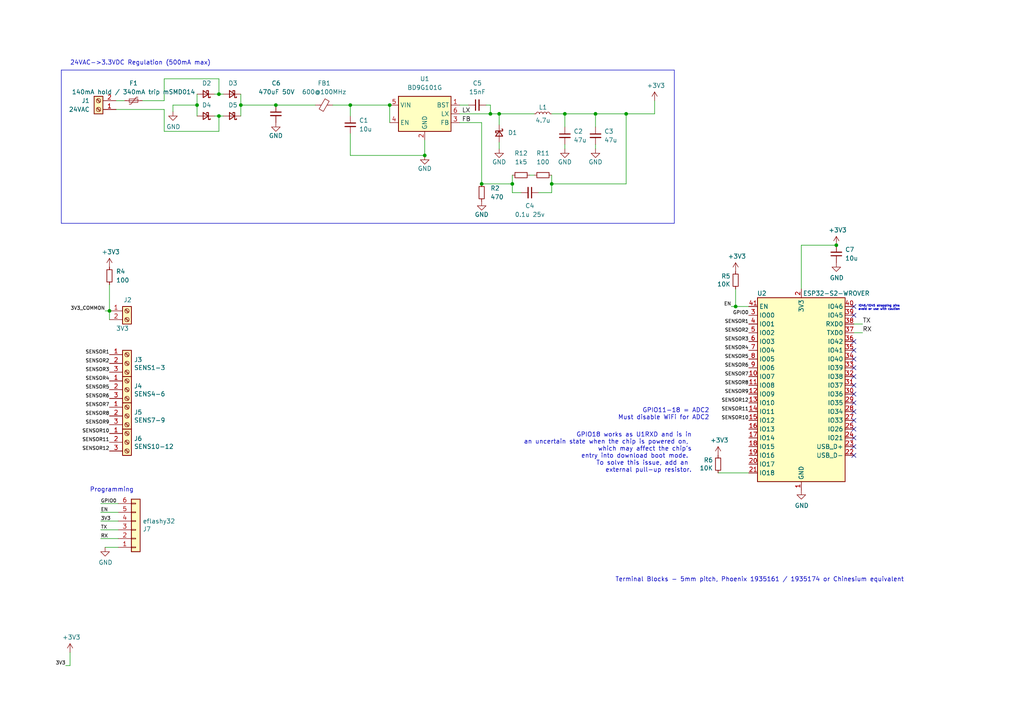
<source format=kicad_sch>
(kicad_sch (version 20230121) (generator eeschema)
  (paper "A4")
  (lib_symbols
    (symbol "Connector:Screw_Terminal_01x02" (pin_names (offset 1.016) hide)
      (property "Reference" "J" (at 0 2.54 0))
      (property "Value" "Screw_Terminal_01x02" (at 0 -5.08 0))
      (symbol "Screw_Terminal_01x02_1_1"
        (rectangle (start -1.27 1.27) (end 1.27 -3.81) (stroke (width 0.254)) (fill (type background)))
        (circle (center 0 -2.54) (radius 0.635) (stroke (width 0.1524)))
        (polyline (pts (xy -0.5334 -2.2098) (xy 0.3302 -3.048)) (stroke (width 0.1524)))
        (polyline (pts (xy -0.5334 0.3302) (xy 0.3302 -0.508)) (stroke (width 0.1524)))
        (polyline (pts (xy -0.3556 -2.032) (xy 0.508 -2.8702)) (stroke (width 0.1524)))
        (polyline (pts (xy -0.3556 0.508) (xy 0.508 -0.3302)) (stroke (width 0.1524)))
        (circle (center 0 0) (radius 0.635) (stroke (width 0.1524)))
        (pin passive line (at -5.08 0 0) (length 3.81) (name "Pin_1") (number "1"))
        (pin passive line (at -5.08 -2.54 0) (length 3.81) (name "Pin_2") (number "2"))
      )
    )
    (symbol "Connector:Screw_Terminal_01x03" (pin_names (offset 1.016) hide)
      (property "Reference" "J" (at 0 5.08 0))
      (property "Value" "Screw_Terminal_01x03" (at 0 -5.08 0))
      (symbol "Screw_Terminal_01x03_1_1"
        (rectangle (start -1.27 3.81) (end 1.27 -3.81) (stroke (width 0.254)) (fill (type background)))
        (circle (center 0 -2.54) (radius 0.635) (stroke (width 0.1524)))
        (polyline (pts (xy -0.5334 -2.2098) (xy 0.3302 -3.048)) (stroke (width 0.1524)))
        (polyline (pts (xy -0.5334 0.3302) (xy 0.3302 -0.508)) (stroke (width 0.1524)))
        (polyline (pts (xy -0.5334 2.8702) (xy 0.3302 2.032)) (stroke (width 0.1524)))
        (polyline (pts (xy -0.3556 -2.032) (xy 0.508 -2.8702)) (stroke (width 0.1524)))
        (polyline (pts (xy -0.3556 0.508) (xy 0.508 -0.3302)) (stroke (width 0.1524)))
        (polyline (pts (xy -0.3556 3.048) (xy 0.508 2.2098)) (stroke (width 0.1524)))
        (circle (center 0 0) (radius 0.635) (stroke (width 0.1524)))
        (circle (center 0 2.54) (radius 0.635) (stroke (width 0.1524)))
        (pin passive line (at -5.08 2.54 0) (length 3.81) (name "Pin_1") (number "1"))
        (pin passive line (at -5.08 0 0) (length 3.81) (name "Pin_2") (number "2"))
        (pin passive line (at -5.08 -2.54 0) (length 3.81) (name "Pin_3") (number "3"))
      )
    )
    (symbol "Connector_Generic:Conn_01x06" (pin_names (offset 1.016) hide)
      (property "Reference" "J" (at 0 7.62 0))
      (property "Value" "Conn_01x06" (at 0 -10.16 0))
      (symbol "Conn_01x06_1_1"
        (rectangle (start -1.27 -7.493) (end 0 -7.747) (stroke (width 0.1524)))
        (rectangle (start -1.27 -4.953) (end 0 -5.207) (stroke (width 0.1524)))
        (rectangle (start -1.27 -2.413) (end 0 -2.667) (stroke (width 0.1524)))
        (rectangle (start -1.27 0.127) (end 0 -0.127) (stroke (width 0.1524)))
        (rectangle (start -1.27 2.667) (end 0 2.413) (stroke (width 0.1524)))
        (rectangle (start -1.27 5.207) (end 0 4.953) (stroke (width 0.1524)))
        (rectangle (start -1.27 6.35) (end 1.27 -8.89) (stroke (width 0.254)) (fill (type background)))
        (pin passive line (at -5.08 5.08 0) (length 3.81) (name "Pin_1") (number "1"))
        (pin passive line (at -5.08 2.54 0) (length 3.81) (name "Pin_2") (number "2"))
        (pin passive line (at -5.08 0 0) (length 3.81) (name "Pin_3") (number "3"))
        (pin passive line (at -5.08 -2.54 0) (length 3.81) (name "Pin_4") (number "4"))
        (pin passive line (at -5.08 -5.08 0) (length 3.81) (name "Pin_5") (number "5"))
        (pin passive line (at -5.08 -7.62 0) (length 3.81) (name "Pin_6") (number "6"))
      )
    )
    (symbol "Device:C_Small" (pin_numbers hide) (pin_names (offset 0.254) hide)
      (property "Reference" "C" (at 0.254 1.778 0))
      (property "Value" "C_Small" (at 0.254 -2.032 0))
      (symbol "C_Small_0_1"
        (polyline (pts (xy -1.524 -0.508) (xy 1.524 -0.508)) (stroke (width 0.3302)))
        (polyline (pts (xy -1.524 0.508) (xy 1.524 0.508)) (stroke (width 0.3048)))
      )
      (symbol "C_Small_1_1"
        (pin passive line (at 0 2.54 270) (length 2.032) (name "~") (number "1"))
        (pin passive line (at 0 -2.54 90) (length 2.032) (name "~") (number "2"))
      )
    )
    (symbol "Device:D_Schottky_Small" (pin_numbers hide) (pin_names (offset 0.254) hide)
      (property "Reference" "D" (at -1.27 2.032 0))
      (property "Value" "D_Schottky_Small" (at -7.112 -2.032 0))
      (symbol "D_Schottky_Small_0_1"
        (polyline (pts (xy -0.762 0) (xy 0.762 0)))
        (polyline (pts (xy 0.762 -1.016) (xy -0.762 0) (xy 0.762 1.016) (xy 0.762 -1.016)) (stroke (width 0.254)))
        (polyline (pts (xy -1.27 0.762) (xy -1.27 1.016) (xy -0.762 1.016) (xy -0.762 -1.016) (xy -0.254 -1.016) (xy -0.254 -0.762)) (stroke (width 0.254)))
      )
      (symbol "D_Schottky_Small_1_1"
        (pin passive line (at -2.54 0 0) (length 1.778) (name "K") (number "1"))
        (pin passive line (at 2.54 0 180) (length 1.778) (name "A") (number "2"))
      )
    )
    (symbol "Device:FerriteBead_Small" (pin_numbers hide) (pin_names (offset 0))
      (property "Reference" "FB" (at 1.905 1.27 0))
      (property "Value" "FerriteBead_Small" (at 1.905 -1.27 0))
      (symbol "FerriteBead_Small_0_1"
        (polyline (pts (xy 0 -1.27) (xy 0 -0.7874)))
        (polyline (pts (xy 0 0.889) (xy 0 1.2954)))
        (polyline (pts (xy -1.8288 0.2794) (xy -1.1176 1.4986) (xy 1.8288 -0.2032) (xy 1.1176 -1.4224) (xy -1.8288 0.2794)))
      )
      (symbol "FerriteBead_Small_1_1"
        (pin passive line (at 0 2.54 270) (length 1.27) (name "~") (number "1"))
        (pin passive line (at 0 -2.54 90) (length 1.27) (name "~") (number "2"))
      )
    )
    (symbol "Device:L_Small" (pin_numbers hide) (pin_names (offset 0.254) hide)
      (property "Reference" "L" (at 0.762 1.016 0))
      (property "Value" "L_Small" (at 0.762 -1.016 0))
      (symbol "L_Small_0_1"
        (arc (start 0 -2.032) (mid 0.5058 -1.524) (end 0 -1.016))
        (arc (start 0 -1.016) (mid 0.5058 -0.508) (end 0 0))
        (arc (start 0 0) (mid 0.5058 0.508) (end 0 1.016))
        (arc (start 0 1.016) (mid 0.5058 1.524) (end 0 2.032))
      )
      (symbol "L_Small_1_1"
        (pin passive line (at 0 2.54 270) (length 0.508) (name "~") (number "1"))
        (pin passive line (at 0 -2.54 90) (length 0.508) (name "~") (number "2"))
      )
    )
    (symbol "Device:Polyfuse_Small" (pin_numbers hide) (pin_names (offset 0))
      (property "Reference" "F" (at -1.905 0 90))
      (property "Value" "Polyfuse_Small" (at 1.905 0 90))
      (symbol "Polyfuse_Small_0_1"
        (rectangle (start -0.508 1.27) (end 0.508 -1.27))
        (polyline (pts (xy 0 2.54) (xy 0 -2.54)))
        (polyline (pts (xy -1.016 1.27) (xy -1.016 0.762) (xy 1.016 -0.762) (xy 1.016 -1.27)))
      )
      (symbol "Polyfuse_Small_1_1"
        (pin passive line (at 0 2.54 270) (length 0.635) (name "~") (number "1"))
        (pin passive line (at 0 -2.54 90) (length 0.635) (name "~") (number "2"))
      )
    )
    (symbol "Device:R_Small" (pin_numbers hide) (pin_names (offset 0.254) hide)
      (property "Reference" "R" (at 0.762 0.508 0))
      (property "Value" "R_Small" (at 0.762 -1.016 0))
      (symbol "R_Small_0_1"
        (rectangle (start -0.762 1.778) (end 0.762 -1.778) (stroke (width 0.2032)))
      )
      (symbol "R_Small_1_1"
        (pin passive line (at 0 2.54 270) (length 0.762) (name "~") (number "1"))
        (pin passive line (at 0 -2.54 90) (length 0.762) (name "~") (number "2"))
      )
    )
    (symbol "RF_Module:ESP32-S2-WROVER"
      (property "Reference" "U" (at -12.7 29.21 0))
      (property "Value" "ESP32-S2-WROVER" (at 2.54 29.21 0))
      (symbol "ESP32-S2-WROVER_0_1"
        (rectangle (start -12.7 27.94) (end 12.7 -25.4) (stroke (width 0.254)) (fill (type background)))
      )
      (symbol "ESP32-S2-WROVER_1_1"
        (pin power_in line (at 0 -27.94 90) (length 2.54) (name "GND") (number "1"))
        (pin bidirectional line (at -15.24 5.08 0) (length 2.54) (name "IO07") (number "10"))
        (pin bidirectional line (at -15.24 2.54 0) (length 2.54) (name "IO08") (number "11"))
        (pin bidirectional line (at -15.24 0 0) (length 2.54) (name "IO09") (number "12"))
        (pin bidirectional line (at -15.24 -2.54 0) (length 2.54) (name "IO10") (number "13"))
        (pin bidirectional line (at -15.24 -5.08 0) (length 2.54) (name "IO11") (number "14"))
        (pin bidirectional line (at -15.24 -7.62 0) (length 2.54) (name "IO12") (number "15"))
        (pin bidirectional line (at -15.24 -10.16 0) (length 2.54) (name "IO13") (number "16"))
        (pin bidirectional line (at -15.24 -12.7 0) (length 2.54) (name "IO14") (number "17"))
        (pin bidirectional line (at -15.24 -15.24 0) (length 2.54) (name "IO15") (number "18"))
        (pin bidirectional line (at -15.24 -17.78 0) (length 2.54) (name "IO16") (number "19"))
        (pin power_in line (at 0 30.48 270) (length 2.54) (name "3V3") (number "2"))
        (pin bidirectional line (at -15.24 -20.32 0) (length 2.54) (name "IO17") (number "20"))
        (pin bidirectional line (at -15.24 -22.86 0) (length 2.54) (name "IO18") (number "21"))
        (pin bidirectional line (at 15.24 -17.78 180) (length 2.54) (name "USB_D-") (number "22"))
        (pin bidirectional line (at 15.24 -15.24 180) (length 2.54) (name "USB_D+") (number "23"))
        (pin bidirectional line (at 15.24 -12.7 180) (length 2.54) (name "IO21") (number "24"))
        (pin bidirectional line (at 15.24 -10.16 180) (length 2.54) (name "IO26") (number "25"))
        (pin passive line (at 0 -27.94 90) (length 2.54) hide (name "GND") (number "26"))
        (pin bidirectional line (at 15.24 -7.62 180) (length 2.54) (name "IO33") (number "27"))
        (pin bidirectional line (at 15.24 -5.08 180) (length 2.54) (name "IO34") (number "28"))
        (pin bidirectional line (at 15.24 -2.54 180) (length 2.54) (name "IO35") (number "29"))
        (pin bidirectional line (at -15.24 22.86 0) (length 2.54) (name "IO00") (number "3"))
        (pin bidirectional line (at 15.24 0 180) (length 2.54) (name "IO36") (number "30"))
        (pin bidirectional line (at 15.24 2.54 180) (length 2.54) (name "IO37") (number "31"))
        (pin bidirectional line (at 15.24 5.08 180) (length 2.54) (name "IO38") (number "32"))
        (pin bidirectional line (at 15.24 7.62 180) (length 2.54) (name "IO39") (number "33"))
        (pin bidirectional line (at 15.24 10.16 180) (length 2.54) (name "IO40") (number "34"))
        (pin bidirectional line (at 15.24 12.7 180) (length 2.54) (name "IO41") (number "35"))
        (pin bidirectional line (at 15.24 15.24 180) (length 2.54) (name "IO42") (number "36"))
        (pin bidirectional line (at 15.24 17.78 180) (length 2.54) (name "TXD0") (number "37"))
        (pin bidirectional line (at 15.24 20.32 180) (length 2.54) (name "RXD0") (number "38"))
        (pin bidirectional line (at 15.24 22.86 180) (length 2.54) (name "IO45") (number "39"))
        (pin bidirectional line (at -15.24 20.32 0) (length 2.54) (name "IO01") (number "4"))
        (pin input line (at 15.24 25.4 180) (length 2.54) (name "IO46") (number "40"))
        (pin input line (at -15.24 25.4 0) (length 2.54) (name "EN") (number "41"))
        (pin passive line (at 0 -27.94 90) (length 2.54) hide (name "GND") (number "42"))
        (pin passive line (at 0 -27.94 90) (length 2.54) hide (name "GND") (number "43"))
        (pin bidirectional line (at -15.24 17.78 0) (length 2.54) (name "IO02") (number "5"))
        (pin bidirectional line (at -15.24 15.24 0) (length 2.54) (name "IO03") (number "6"))
        (pin bidirectional line (at -15.24 12.7 0) (length 2.54) (name "IO04") (number "7"))
        (pin bidirectional line (at -15.24 10.16 0) (length 2.54) (name "IO05") (number "8"))
        (pin bidirectional line (at -15.24 7.62 0) (length 2.54) (name "IO06") (number "9"))
      )
    )
    (symbol "Regulator_Switching:AOZ1280CI"
      (property "Reference" "U" (at -6.35 -6.35 0))
      (property "Value" "AOZ1280CI" (at -2.54 6.35 0))
      (symbol "AOZ1280CI_0_1"
        (rectangle (start -7.62 5.08) (end 7.62 -5.08) (stroke (width 0.254)) (fill (type background)))
      )
      (symbol "AOZ1280CI_1_1"
        (pin input line (at 10.16 2.54 180) (length 2.54) (name "BST") (number "1"))
        (pin power_in line (at 0 -7.62 90) (length 2.54) (name "GND") (number "2"))
        (pin input line (at 10.16 -2.54 180) (length 2.54) (name "FB") (number "3"))
        (pin input line (at -10.16 -2.54 0) (length 2.54) (name "EN") (number "4"))
        (pin power_in line (at -10.16 2.54 0) (length 2.54) (name "VIN") (number "5"))
        (pin power_out line (at 10.16 0 180) (length 2.54) (name "LX") (number "6"))
      )
    )
    (symbol "power:+3V3" (power) (pin_names (offset 0))
      (property "Value" "+3V3" (at 0 3.556 0))
      (symbol "+3V3_0_1"
        (polyline (pts (xy -0.762 1.27) (xy 0 2.54)))
        (polyline (pts (xy 0 0) (xy 0 2.54)))
        (polyline (pts (xy 0 2.54) (xy 0.762 1.27)))
      )
      (symbol "+3V3_1_1"
        (pin power_in line (at 0 0 90) (length 0) hide (name "+3V3") (number "1"))
      )
    )
    (symbol "power:GND" (power) (pin_names (offset 0))
      (property "Value" "GND" (at 0 -3.81 0))
      (symbol "GND_0_1"
        (polyline (pts (xy 0 0) (xy 0 -1.27) (xy 1.27 -1.27) (xy 0 -2.54) (xy -1.27 -1.27) (xy 0 -1.27)))
      )
      (symbol "GND_1_1"
        (pin power_in line (at 0 0 270) (length 0) hide (name "GND") (number "1"))
      )
    )
  )
  (junction (at 63.5 27.305))
  (junction (at 69.85 30.48))
  (junction (at 123.19 45.085))
  (junction (at 31.75 90.17))
  (junction (at 80.01 30.48))
  (junction (at 57.15 30.48))
  (junction (at 113.03 30.48))
  (junction (at 63.5 33.655))
  (junction (at 142.24 33.02))
  (junction (at 163.83 33.02))
  (junction (at 213.36 88.9))
  (junction (at 160.02 53.34))
  (junction (at 172.72 33.02))
  (junction (at 148.59 53.34))
  (junction (at 101.6 30.48))
  (junction (at 144.78 33.02))
  (junction (at 139.7 53.34))
  (junction (at 181.61 33.02))
  (junction (at 242.57 71.12))
  (no_connect (at 247.65 124.46))
  (no_connect (at 247.65 91.44))
  (no_connect (at 247.65 114.3))
  (no_connect (at 247.65 88.9))
  (no_connect (at 247.65 116.84))
  (no_connect (at 247.65 119.38))
  (no_connect (at 247.65 101.6))
  (no_connect (at 247.65 129.54))
  (no_connect (at 247.65 121.92))
  (no_connect (at 247.65 104.14))
  (no_connect (at 247.65 109.22))
  (no_connect (at 247.65 127))
  (no_connect (at 247.65 106.68))
  (no_connect (at 247.65 132.08))
  (no_connect (at 247.65 99.06))
  (no_connect (at 247.65 111.76))
  (polyline (pts (xy 17.78 20.32) (xy 195.58 20.32)))
  (wire (pts (xy 41.275 29.21) (xy 47.625 29.21)))
  (wire (pts (xy 160.02 55.88) (xy 156.21 55.88)))
  (wire (pts (xy 213.36 83.82) (xy 213.36 88.9)))
  (wire (pts (xy 34.29 158.75) (xy 30.48 158.75)))
  (wire (pts (xy 34.29 153.67) (xy 29.21 153.67)))
  (wire (pts (xy 50.165 30.48) (xy 57.15 30.48)))
  (wire (pts (xy 101.6 45.085) (xy 123.19 45.085)))
  (wire (pts (xy 63.5 33.655) (xy 63.5 38.1)))
  (wire (pts (xy 213.36 88.9) (xy 212.09 88.9)))
  (wire (pts (xy 148.59 53.34) (xy 148.59 55.88)))
  (wire (pts (xy 181.61 33.02) (xy 189.865 33.02)))
  (polyline (pts (xy 195.58 20.32) (xy 195.58 64.77)))
  (wire (pts (xy 62.23 33.655) (xy 63.5 33.655)))
  (wire (pts (xy 250.19 93.98) (xy 247.65 93.98)))
  (wire (pts (xy 123.19 40.64) (xy 123.19 45.085)))
  (wire (pts (xy 69.85 27.305) (xy 69.85 30.48)))
  (wire (pts (xy 250.19 96.52) (xy 247.65 96.52)))
  (wire (pts (xy 63.5 33.655) (xy 64.77 33.655)))
  (wire (pts (xy 160.02 53.34) (xy 160.02 55.88)))
  (wire (pts (xy 139.7 53.34) (xy 148.59 53.34)))
  (wire (pts (xy 163.83 33.02) (xy 160.02 33.02)))
  (wire (pts (xy 31.75 90.17) (xy 30.48 90.17)))
  (wire (pts (xy 172.72 43.18) (xy 172.72 41.91)))
  (wire (pts (xy 242.57 71.12) (xy 232.41 71.12)))
  (wire (pts (xy 57.15 27.305) (xy 57.15 30.48)))
  (wire (pts (xy 133.35 30.48) (xy 135.89 30.48)))
  (wire (pts (xy 139.7 35.56) (xy 133.35 35.56)))
  (wire (pts (xy 34.29 151.13) (xy 29.21 151.13)))
  (wire (pts (xy 47.625 22.86) (xy 63.5 22.86)))
  (wire (pts (xy 50.165 30.48) (xy 50.165 32.385)))
  (wire (pts (xy 160.02 53.34) (xy 181.61 53.34)))
  (wire (pts (xy 163.83 36.83) (xy 163.83 33.02)))
  (wire (pts (xy 181.61 33.02) (xy 181.61 53.34)))
  (wire (pts (xy 142.24 30.48) (xy 142.24 33.02)))
  (wire (pts (xy 153.67 50.8) (xy 154.94 50.8)))
  (wire (pts (xy 31.75 92.71) (xy 31.75 90.17)))
  (wire (pts (xy 217.17 88.9) (xy 213.36 88.9)))
  (wire (pts (xy 208.28 137.16) (xy 217.17 137.16)))
  (wire (pts (xy 33.655 31.75) (xy 47.625 31.75)))
  (wire (pts (xy 57.15 30.48) (xy 57.15 33.655)))
  (wire (pts (xy 160.02 50.8) (xy 160.02 53.34)))
  (wire (pts (xy 63.5 27.305) (xy 63.5 22.86)))
  (wire (pts (xy 33.655 29.21) (xy 36.195 29.21)))
  (wire (pts (xy 63.5 38.1) (xy 47.625 38.1)))
  (wire (pts (xy 144.78 33.02) (xy 154.94 33.02)))
  (wire (pts (xy 101.6 30.48) (xy 113.03 30.48)))
  (wire (pts (xy 34.29 146.05) (xy 29.21 146.05)))
  (wire (pts (xy 148.59 55.88) (xy 151.13 55.88)))
  (wire (pts (xy 133.35 33.02) (xy 142.24 33.02)))
  (wire (pts (xy 163.83 43.18) (xy 163.83 41.91)))
  (wire (pts (xy 101.6 30.48) (xy 96.52 30.48)))
  (wire (pts (xy 20.32 193.04) (xy 19.05 193.04)))
  (wire (pts (xy 139.7 53.34) (xy 139.7 35.56)))
  (wire (pts (xy 101.6 30.48) (xy 101.6 33.655)))
  (polyline (pts (xy 195.58 64.77) (xy 17.78 64.77)))
  (wire (pts (xy 232.41 71.12) (xy 232.41 83.82)))
  (wire (pts (xy 69.85 30.48) (xy 69.85 33.655)))
  (wire (pts (xy 140.97 30.48) (xy 142.24 30.48)))
  (wire (pts (xy 172.72 36.83) (xy 172.72 33.02)))
  (wire (pts (xy 34.29 156.21) (xy 29.21 156.21)))
  (wire (pts (xy 63.5 27.305) (xy 64.77 27.305)))
  (wire (pts (xy 20.32 189.23) (xy 20.32 193.04)))
  (wire (pts (xy 172.72 33.02) (xy 163.83 33.02)))
  (wire (pts (xy 148.59 50.8) (xy 148.59 53.34)))
  (wire (pts (xy 142.24 33.02) (xy 144.78 33.02)))
  (wire (pts (xy 144.78 43.18) (xy 144.78 41.275)))
  (wire (pts (xy 34.29 148.59) (xy 29.21 148.59)))
  (wire (pts (xy 80.01 30.48) (xy 91.44 30.48)))
  (wire (pts (xy 189.865 29.21) (xy 189.865 33.02)))
  (wire (pts (xy 101.6 38.735) (xy 101.6 45.085)))
  (wire (pts (xy 113.03 30.48) (xy 113.03 35.56)))
  (wire (pts (xy 62.23 27.305) (xy 63.5 27.305)))
  (wire (pts (xy 69.85 30.48) (xy 80.01 30.48)))
  (polyline (pts (xy 17.78 20.32) (xy 17.78 64.77)))
  (wire (pts (xy 144.78 36.195) (xy 144.78 33.02)))
  (wire (pts (xy 47.625 29.21) (xy 47.625 22.86)))
  (wire (pts (xy 31.75 82.55) (xy 31.75 90.17)))
  (wire (pts (xy 172.72 33.02) (xy 181.61 33.02)))
  (wire (pts (xy 47.625 38.1) (xy 47.625 31.75)))
  (text "GPIO11-18 = ADC2\nMust disable WiFi for ADC2" (at 205.74 121.92 0) (effects (font (size 1.27 1.27)) (justify right bottom)))
  (text "IO46/IO45 strapping pins\navoid or use with caution" (at 248.92 90.17 0) (effects (font (size 0.6096 0.6096)) (justify left bottom)))
  (text "24VAC->3.3VDC Regulation (500mA max)" (at 20.32 19.05 0) (effects (font (size 1.27 1.27)) (justify left bottom)))
  (text "GPIO18 works as U1RXD and is in\n an uncertain state when the chip is powered on, \nwhich may affect the chip’s\nentry into download boot mode. \nTo solve this issue, add an \nexternal pull-up resistor." (at 200.66 137.16 0) (effects (font (size 1.27 1.27)) (justify right bottom)))
  (text "Terminal Blocks - 5mm pitch, Phoenix 1935161 / 1935174 or Chinesium equivalent" (at 178.435 168.91 0) (effects (font (size 1.27 1.27)) (justify left bottom)))
  (text "Programming" (at 26.035 142.875 0) (effects (font (size 1.27 1.27)) (justify left bottom)))
  (label "SENSOR7" (at 217.17 109.22 180) (effects (font (size 0.9906 0.9906))))
  (label "SENSOR3" (at 217.17 99.06 180) (effects (font (size 0.9906 0.9906))))
  (label "SENSOR5" (at 217.17 104.14 180) (effects (font (size 0.9906 0.9906))))
  (label "SENSOR9" (at 31.75 123.19 180) (effects (font (size 0.9906 0.9906))))
  (label "SENSOR5" (at 31.75 113.03 180) (effects (font (size 0.9906 0.9906))))
  (label "SENSOR10" (at 217.17 121.92 180) (effects (font (size 0.9906 0.9906))))
  (label "SENSOR11" (at 31.75 128.27 180) (effects (font (size 0.9906 0.9906))))
  (label "SENSOR1" (at 31.75 102.87 180) (effects (font (size 0.9906 0.9906))))
  (label "SENSOR12" (at 217.17 116.84 180) (effects (font (size 0.9906 0.9906))))
  (label "SENSOR8" (at 31.75 120.65 180) (effects (font (size 0.9906 0.9906))))
  (label "SENSOR9" (at 217.17 114.3 180) (effects (font (size 0.9906 0.9906))))
  (label "SENSOR8" (at 217.17 111.76 180) (effects (font (size 0.9906 0.9906))))
  (label "EN" (at 29.21 148.59 0) (effects (font (size 0.9906 0.9906))))
  (label "GPIO0" (at 29.21 146.05 0) (effects (font (size 0.9906 0.9906))))
  (label "SENSOR6" (at 217.17 106.68 180) (effects (font (size 0.9906 0.9906))))
  (label "SENSOR4" (at 217.17 101.6 180) (effects (font (size 0.9906 0.9906))))
  (label "LX" (at 133.985 33.02 0))
  (label "SENSOR7" (at 31.75 118.11 180) (effects (font (size 0.9906 0.9906))))
  (label "SENSOR4" (at 31.75 110.49 180) (effects (font (size 0.9906 0.9906))))
  (label "SENSOR6" (at 31.75 115.57 180) (effects (font (size 0.9906 0.9906))))
  (label "SENSOR2" (at 217.17 96.52 180) (effects (font (size 0.9906 0.9906))))
  (label "SENSOR2" (at 31.75 105.41 180) (effects (font (size 0.9906 0.9906))))
  (label "TX" (at 29.21 153.67 0) (effects (font (size 0.9906 0.9906))))
  (label "SENSOR11" (at 217.17 119.38 180) (effects (font (size 0.9906 0.9906))))
  (label "FB" (at 133.985 35.56 0))
  (label "3V3" (at 29.21 151.13 0) (effects (font (size 0.9906 0.9906))))
  (label "SENSOR1" (at 217.17 93.98 180) (effects (font (size 0.9906 0.9906))))
  (label "3V3_COMMON" (at 30.48 90.17 180) (effects (font (size 0.9906 0.9906))))
  (label "RX" (at 250.19 96.52 0))
  (label "TX" (at 250.19 93.98 0))
  (label "GPIO0" (at 217.17 91.44 180) (effects (font (size 0.9906 0.9906))))
  (label "EN" (at 212.09 88.9 180) (effects (font (size 0.9906 0.9906))))
  (label "SENSOR10" (at 31.75 125.73 180) (effects (font (size 0.9906 0.9906))))
  (label "SENSOR12" (at 31.75 130.81 180) (effects (font (size 0.9906 0.9906))))
  (label "SENSOR3" (at 31.75 107.95 180) (effects (font (size 0.9906 0.9906))))
  (label "3V3" (at 19.05 193.04 180) (effects (font (size 0.9906 0.9906))))
  (label "RX" (at 29.21 156.21 0) (effects (font (size 0.9906 0.9906))))
  (symbol (lib_id "power:GND") (at 30.48 158.75 0) (unit 1)
    (property "Reference" "#PWR015" (effects hide))
    (property "Value" "GND" (at 30.607 163.1442 0))
  )
  (symbol (lib_id "Device:R_Small") (at 213.36 81.28 0) (mirror x) (unit 1)
    (property "Reference" "R5" (at 211.8868 80.1116 0) (effects (justify right)))
    (property "Value" "10K" (at 211.8868 82.423 0) (effects (justify right)))
    (property "Footprint" "Resistor_SMD:R_0805_2012Metric" (effects hide))
    (property "LCSC" "C17414" (effects hide))
  )
  (symbol (lib_id "Connector_Generic:Conn_01x06") (at 39.37 153.67 0) (mirror x) (unit 1)
    (property "Reference" "J7" (at 41.402 153.4668 0) (effects (justify left)))
    (property "Value" "eflashy32" (at 41.402 151.1554 0) (effects (justify left)))
    (property "Footprint" "Connector_PinHeader_2.54mm:PinHeader_1x06_P2.54mm_Vertical" (effects hide))
  )
  (symbol (lib_id "power:+3V3") (at 20.32 189.23 0) (unit 1)
    (property "Reference" "#PWR016" (effects hide))
    (property "Value" "+3V3" (at 20.701 184.8358 0))
  )
  (symbol (lib_id "power:+3V3") (at 31.75 77.47 0) (unit 1)
    (property "Reference" "#PWR011" (effects hide))
    (property "Value" "+3V3" (at 32.131 73.0758 0))
  )
  (symbol (lib_id "Connector:Screw_Terminal_01x03") (at 36.83 120.65 0) (unit 1)
    (property "Reference" "J5" (at 38.862 119.5832 0) (effects (justify left)))
    (property "Value" "SENS7-9" (at 38.862 121.8946 0) (effects (justify left)))
    (property "Footprint" "TerminalBlock_Phoenix:TerminalBlock_Phoenix_PT-1,5-3-5.0-H_1x03_P5.00mm_Horizontal" (effects hide))
    (property "Part" "1935174" (effects hide))
  )
  (symbol (lib_id "Connector:Screw_Terminal_01x03") (at 36.83 128.27 0) (unit 1)
    (property "Reference" "J6" (at 38.862 127.2032 0) (effects (justify left)))
    (property "Value" "SENS10-12" (at 38.862 129.5146 0) (effects (justify left)))
    (property "Footprint" "TerminalBlock_Phoenix:TerminalBlock_Phoenix_PT-1,5-3-5.0-H_1x03_P5.00mm_Horizontal" (effects hide))
    (property "Part" "1935174" (effects hide))
  )
  (symbol (lib_id "Connector:Screw_Terminal_01x03") (at 36.83 105.41 0) (unit 1)
    (property "Reference" "J3" (at 38.862 104.3432 0) (effects (justify left)))
    (property "Value" "SENS1-3" (at 38.862 106.6546 0) (effects (justify left)))
    (property "Footprint" "TerminalBlock_Phoenix:TerminalBlock_Phoenix_PT-1,5-3-5.0-H_1x03_P5.00mm_Horizontal" (effects hide))
    (property "Part" "1935174" (effects hide))
  )
  (symbol (lib_id "Connector:Screw_Terminal_01x03") (at 36.83 113.03 0) (unit 1)
    (property "Reference" "J4" (at 38.862 111.9632 0) (effects (justify left)))
    (property "Value" "SENS4-6" (at 38.862 114.2746 0) (effects (justify left)))
    (property "Footprint" "TerminalBlock_Phoenix:TerminalBlock_Phoenix_PT-1,5-3-5.0-H_1x03_P5.00mm_Horizontal" (effects hide))
    (property "Part" "1935174" (effects hide))
  )
  (symbol (lib_id "Connector:Screw_Terminal_01x02") (at 36.83 90.17 0) (unit 1)
    (property "Reference" "J2" (at 35.814 86.995 0) (effects (justify left)))
    (property "Value" "3V3" (at 33.655 95.25 0) (effects (justify left)))
    (property "Footprint" "TerminalBlock_Phoenix:TerminalBlock_Phoenix_PT-1,5-2-5.0-H_1x02_P5.00mm_Horizontal" (effects hide))
    (property "Part" "1935161" (effects hide))
  )
  (symbol (lib_id "RF_Module:ESP32-S2-WROVER") (at 232.41 114.3 0) (unit 1)
    (property "Reference" "U2" (at 220.98 85.09 0))
    (property "Value" "ESP32-S2-WROVER" (at 242.57 85.09 0))
    (property "Footprint" "RF_Module:ESP32-S2-WROVER" (effects hide))
    (property "Datasheet" "https://www.espressif.com/sites/default/files/documentation/esp32-s2-wroom_esp32-s2-wroom-i_datasheet_en.pdf" (effects hide))
    (property "LCSC" "C967027" (effects hide))
  )
  (symbol (lib_id "Device:R_Small") (at 208.28 134.62 0) (mirror x) (unit 1)
    (property "Reference" "R6" (at 206.8068 133.4516 0) (effects (justify right)))
    (property "Value" "10K" (at 206.8068 135.763 0) (effects (justify right)))
    (property "Footprint" "Resistor_SMD:R_0805_2012Metric" (effects hide))
    (property "LCSC" "C17414" (effects hide))
  )
  (symbol (lib_id "power:+3V3") (at 208.28 132.08 0) (unit 1)
    (property "Reference" "#PWR013" (effects hide))
    (property "Value" "+3V3" (at 208.661 127.6858 0))
  )
  (symbol (lib_id "power:GND") (at 242.57 76.2 0) (unit 1)
    (property "Reference" "#PWR010" (effects hide))
    (property "Value" "GND" (at 242.697 80.5942 0))
  )
  (symbol (lib_id "power:+3V3") (at 242.57 71.12 0) (unit 1)
    (property "Reference" "#PWR09" (effects hide))
    (property "Value" "+3V3" (at 242.951 66.7258 0))
  )
  (symbol (lib_id "power:+3V3") (at 213.36 78.74 0) (unit 1)
    (property "Reference" "#PWR012" (effects hide))
    (property "Value" "+3V3" (at 213.741 74.3458 0))
  )
  (symbol (lib_id "power:GND") (at 232.41 142.24 0) (unit 1)
    (property "Reference" "#PWR014" (effects hide))
    (property "Value" "GND" (at 232.537 146.6342 0))
  )
  (symbol (lib_id "power:GND") (at 163.83 43.18 0) (unit 1)
    (property "Reference" "#PWR0108" (effects hide))
    (property "Value" "GND" (at 163.83 46.99 0))
  )
  (symbol (lib_id "Device:R_Small") (at 139.7 55.88 0) (unit 1)
    (property "Reference" "R2" (at 142.24 54.6099 0) (effects (justify left)))
    (property "Value" "470" (at 142.24 57.1499 0) (effects (justify left)))
    (property "Footprint" "Resistor_SMD:R_0402_1005Metric" (effects hide))
    (property "LCSC" "C25117" (effects hide))
  )
  (symbol (lib_id "Device:R_Small") (at 31.75 80.01 180) (unit 1)
    (property "Reference" "R4" (at 33.655 78.7399 0) (effects (justify right)))
    (property "Value" "100" (at 33.655 81.2799 0) (effects (justify right)))
    (property "Footprint" "Resistor_SMD:R_0402_1005Metric" (effects hide))
    (property "LCSC" "C25076" (effects hide))
  )
  (symbol (lib_id "Device:L_Small") (at 157.48 33.02 90) (unit 1)
    (property "Reference" "L1" (at 157.48 31.115 90))
    (property "Value" "4.7u" (at 157.48 34.925 90))
    (property "Footprint" "Inductor_SMD:L_Sunlord_MWSA0402S" (effects hide))
    (property "LCSC" "C408337" (effects hide))
  )
  (symbol (lib_id "Device:C_Small") (at 172.72 39.37 0) (unit 1)
    (property "Reference" "C3" (at 175.26 38.1 0) (effects (justify left)))
    (property "Value" "47u" (at 175.26 40.64 0) (effects (justify left)))
    (property "Footprint" "Capacitor_SMD:C_1206_3216Metric" (effects hide))
    (property "LCSC" "C96123" (effects hide))
  )
  (symbol (lib_id "power:GND") (at 80.01 35.56 0) (unit 1)
    (property "Reference" "#PWR0111" (effects hide))
    (property "Value" "GND" (at 80.01 39.37 0))
  )
  (symbol (lib_id "Device:R_Small") (at 151.13 50.8 90) (unit 1)
    (property "Reference" "R12" (at 151.13 44.45 90))
    (property "Value" "1k5" (at 151.13 46.99 90))
    (property "Footprint" "Resistor_SMD:R_0402_1005Metric" (effects hide))
    (property "LCSC" "C25867" (effects hide))
  )
  (symbol (lib_id "Device:C_Small") (at 138.43 30.48 90) (unit 1)
    (property "Reference" "C5" (at 138.4363 24.13 90))
    (property "Value" "15nF" (at 138.4363 26.67 90))
    (property "Footprint" "Capacitor_SMD:C_0603_1608Metric" (effects hide))
    (property "LCSC" "C1596" (effects hide))
  )
  (symbol (lib_id "Device:C_Small") (at 80.01 33.02 0) (unit 1)
    (property "Reference" "C6" (at 78.74 24.13 0) (effects (justify left)))
    (property "Value" "470uF 50V" (at 74.93 26.67 0) (effects (justify left)))
    (property "Footprint" "Capacitor_SMD:CP_Elec_10x10" (effects hide))
    (property "LCSC" "C125977" (effects hide))
  )
  (symbol (lib_id "Device:R_Small") (at 157.48 50.8 90) (unit 1)
    (property "Reference" "R11" (at 157.48 44.45 90))
    (property "Value" "100" (at 157.48 46.99 90))
    (property "Footprint" "Resistor_SMD:R_0402_1005Metric" (effects hide))
    (property "LCSC" "C25076" (effects hide))
  )
  (symbol (lib_id "Device:C_Small") (at 101.6 36.195 0) (unit 1)
    (property "Reference" "C1" (at 104.14 34.925 0) (effects (justify left)))
    (property "Value" "10u" (at 104.14 37.465 0) (effects (justify left)))
    (property "Footprint" "Capacitor_SMD:C_1206_3216Metric" (effects hide))
    (property "LCSC" "C13585" (effects hide))
  )
  (symbol (lib_id "Device:D_Schottky_Small") (at 67.31 33.655 180) (unit 1)
    (property "Reference" "D5" (at 67.564 30.48 0))
    (property "Value" "SS210" (effects hide))
    (property "Footprint" "Diode_SMD:D_SMA" (effects hide))
    (property "LCSC" "C14996" (effects hide))
  )
  (symbol (lib_id "Device:D_Schottky_Small") (at 67.31 27.305 180) (unit 1)
    (property "Reference" "D3" (at 67.564 24.13 0))
    (property "Value" "SS210" (effects hide))
    (property "Footprint" "Diode_SMD:D_SMA" (effects hide))
    (property "LCSC" "C14996" (effects hide))
  )
  (symbol (lib_id "Device:D_Schottky_Small") (at 59.69 33.655 180) (unit 1)
    (property "Reference" "D4" (at 59.944 30.48 0))
    (property "Value" "SS210" (effects hide))
    (property "Footprint" "Diode_SMD:D_SMA" (effects hide))
    (property "LCSC" "C14996" (effects hide))
  )
  (symbol (lib_id "Device:D_Schottky_Small") (at 59.69 27.305 180) (unit 1)
    (property "Reference" "D2" (at 59.944 24.13 0))
    (property "Value" "SS210" (effects hide))
    (property "Footprint" "Diode_SMD:D_SMA" (effects hide))
    (property "LCSC" "C14996" (effects hide))
  )
  (symbol (lib_id "Device:D_Schottky_Small") (at 144.78 38.735 270) (unit 1)
    (property "Reference" "D1" (at 147.32 38.4809 90) (effects (justify left)))
    (property "Value" "SS210" (effects hide))
    (property "Footprint" "Diode_SMD:D_SMA" (effects hide))
    (property "LCSC" "C14996" (effects hide))
  )
  (symbol (lib_id "Device:C_Small") (at 242.57 73.66 180) (unit 1)
    (property "Reference" "C7" (at 245.11 72.3835 0) (effects (justify right)))
    (property "Value" "10u" (at 245.11 74.9235 0) (effects (justify right)))
    (property "Footprint" "Capacitor_SMD:C_1206_3216Metric" (effects hide))
    (property "LCSC" "C13585" (effects hide))
  )
  (symbol (lib_id "power:+3V3") (at 189.865 29.21 0) (unit 1)
    (property "Reference" "#PWR0104" (effects hide))
    (property "Value" "+3V3" (at 190.246 24.8158 0))
  )
  (symbol (lib_id "Device:FerriteBead_Small") (at 93.98 30.48 270) (unit 1)
    (property "Reference" "FB1" (at 94.0181 24.13 90))
    (property "Value" "600@100MHz" (at 94.0181 26.67 90))
    (property "Footprint" "Inductor_SMD:L_0805_2012Metric" (effects hide))
    (property "LCSC" "C1017" (effects hide))
  )
  (symbol (lib_id "power:GND") (at 172.72 43.18 0) (unit 1)
    (property "Reference" "#PWR0107" (effects hide))
    (property "Value" "GND" (at 172.72 46.99 0))
  )
  (symbol (lib_id "power:GND") (at 144.78 43.18 0) (unit 1)
    (property "Reference" "#PWR0102" (effects hide))
    (property "Value" "GND" (at 144.78 46.99 0))
  )
  (symbol (lib_id "Device:C_Small") (at 163.83 39.37 0) (unit 1)
    (property "Reference" "C2" (at 166.37 38.1 0) (effects (justify left)))
    (property "Value" "47u" (at 166.37 40.64 0) (effects (justify left)))
    (property "Footprint" "Capacitor_SMD:C_1206_3216Metric" (effects hide))
    (property "LCSC" "C96123" (effects hide))
  )
  (symbol (lib_id "Connector:Screw_Terminal_01x02") (at 28.575 31.75 180) (unit 1)
    (property "Reference" "J1" (at 26.035 29.2099 0) (effects (justify left)))
    (property "Value" "24VAC" (at 26.035 31.7499 0) (effects (justify left)))
    (property "Footprint" "TerminalBlock_Phoenix:TerminalBlock_Phoenix_MKDS-1,5-2-5.08_1x02_P5.08mm_Horizontal" (effects hide))
    (property "Part" "1935161" (effects hide))
    (property "LCSC" "a" (effects hide))
  )
  (symbol (lib_id "power:GND") (at 139.7 58.42 0) (unit 1)
    (property "Reference" "#PWR0103" (effects hide))
    (property "Value" "GND" (at 139.7 62.23 0))
  )
  (symbol (lib_id "Device:C_Small") (at 153.67 55.88 270) (unit 1)
    (property "Reference" "C4" (at 153.67 59.69 90))
    (property "Value" "0.1u 25v" (at 153.67 62.23 90))
    (property "Footprint" "Capacitor_SMD:C_0603_1608Metric" (effects hide))
    (property "LCSC" "C14663" (effects hide))
  )
  (symbol (lib_id "Regulator_Switching:AOZ1280CI") (at 123.19 33.02 0) (unit 1)
    (property "Reference" "U1" (at 123.19 22.86 0))
    (property "Value" "BD9G101G" (at 123.19 25.4 0))
    (property "Footprint" "Package_TO_SOT_SMD:SOT-23-6" (effects hide))
    (property "Datasheet" "http://aosmd.com/res/data_sheets/AOZ1280CI.pdf" (effects hide))
    (property "LCSC" "C108761" (effects hide))
  )
  (symbol (lib_id "power:GND") (at 123.19 45.085 0) (unit 1)
    (property "Reference" "#PWR0101" (effects hide))
    (property "Value" "GND" (at 123.19 48.895 0))
  )
  (symbol (lib_id "Device:Polyfuse_Small") (at 38.735 29.21 90) (unit 1)
    (property "Reference" "F1" (at 38.735 24.13 90))
    (property "Value" "140mA hold / 340mA trip mSMD014" (at 38.735 26.67 90))
    (property "Footprint" "Fuse:Fuse_1812_4532Metric" (effects hide))
    (property "LCSC" "C70106" (effects hide))
  )
  (symbol (lib_id "power:GND") (at 50.165 32.385 0) (unit 1)
    (property "Reference" "#PWR0106" (effects hide))
    (property "Value" "GND" (at 50.292 36.7792 0))
  )
)
</source>
